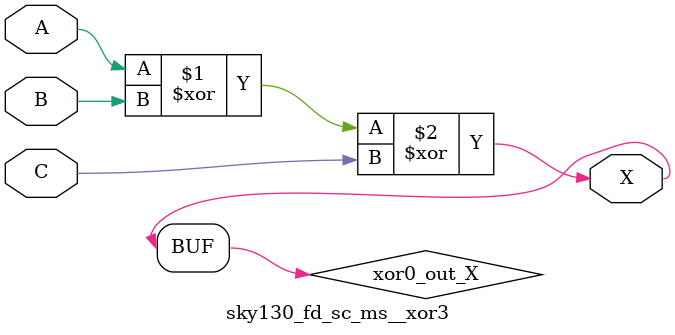
<source format=v>
/*
 * Copyright 2020 The SkyWater PDK Authors
 *
 * Licensed under the Apache License, Version 2.0 (the "License");
 * you may not use this file except in compliance with the License.
 * You may obtain a copy of the License at
 *
 *     https://www.apache.org/licenses/LICENSE-2.0
 *
 * Unless required by applicable law or agreed to in writing, software
 * distributed under the License is distributed on an "AS IS" BASIS,
 * WITHOUT WARRANTIES OR CONDITIONS OF ANY KIND, either express or implied.
 * See the License for the specific language governing permissions and
 * limitations under the License.
 *
 * SPDX-License-Identifier: Apache-2.0
*/


`ifndef SKY130_FD_SC_MS__XOR3_FUNCTIONAL_V
`define SKY130_FD_SC_MS__XOR3_FUNCTIONAL_V

/**
 * xor3: 3-input exclusive OR.
 *
 *       X = A ^ B ^ C
 *
 * Verilog simulation functional model.
 */

`timescale 1ns / 1ps
`default_nettype none

`celldefine
module sky130_fd_sc_ms__xor3 (
    X,
    A,
    B,
    C
);

    // Module ports
    output X;
    input  A;
    input  B;
    input  C;

    // Local signals
    wire xor0_out_X;

    //  Name  Output      Other arguments
    xor xor0 (xor0_out_X, A, B, C        );
    buf buf0 (X         , xor0_out_X     );

endmodule
`endcelldefine

`default_nettype wire
`endif  // SKY130_FD_SC_MS__XOR3_FUNCTIONAL_V
</source>
